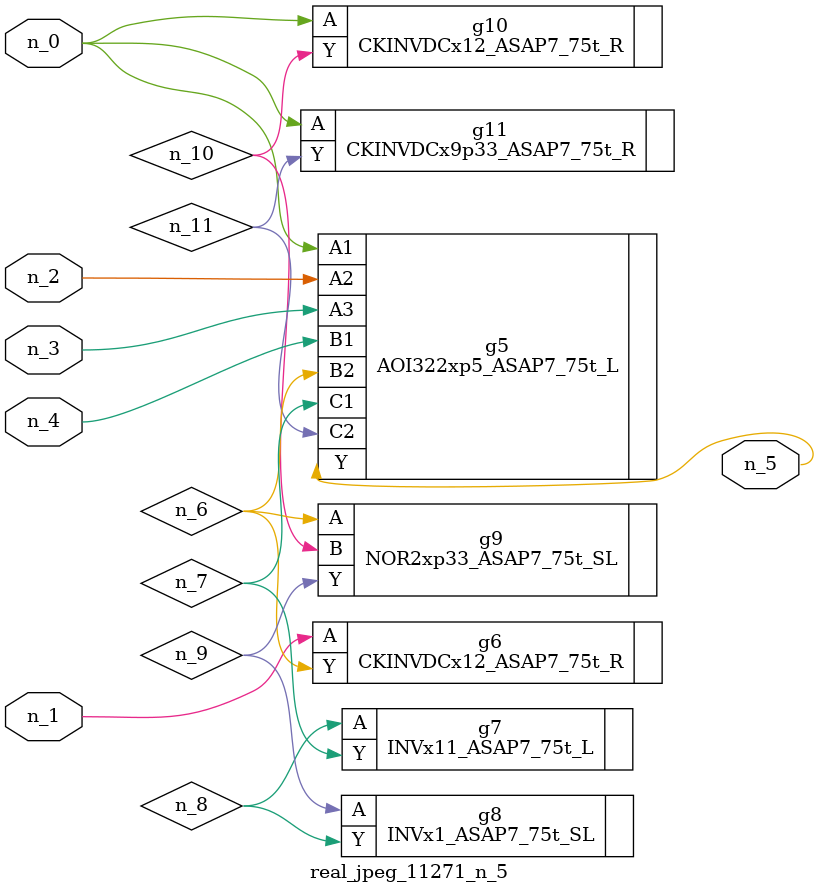
<source format=v>
module real_jpeg_11271_n_5 (n_4, n_0, n_1, n_2, n_3, n_5);

input n_4;
input n_0;
input n_1;
input n_2;
input n_3;

output n_5;

wire n_8;
wire n_11;
wire n_6;
wire n_7;
wire n_10;
wire n_9;

AOI322xp5_ASAP7_75t_L g5 ( 
.A1(n_0),
.A2(n_2),
.A3(n_3),
.B1(n_4),
.B2(n_6),
.C1(n_7),
.C2(n_11),
.Y(n_5)
);

CKINVDCx12_ASAP7_75t_R g10 ( 
.A(n_0),
.Y(n_10)
);

CKINVDCx9p33_ASAP7_75t_R g11 ( 
.A(n_0),
.Y(n_11)
);

CKINVDCx12_ASAP7_75t_R g6 ( 
.A(n_1),
.Y(n_6)
);

NOR2xp33_ASAP7_75t_SL g9 ( 
.A(n_6),
.B(n_10),
.Y(n_9)
);

INVx11_ASAP7_75t_L g7 ( 
.A(n_8),
.Y(n_7)
);

INVx1_ASAP7_75t_SL g8 ( 
.A(n_9),
.Y(n_8)
);


endmodule
</source>
